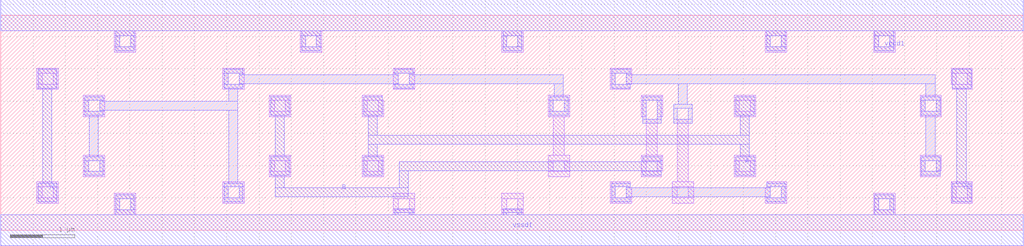
<source format=lef>
VERSION 5.7 ;
  NOWIREEXTENSIONATPIN ON ;
  DIVIDERCHAR "/" ;
  BUSBITCHARS "[]" ;
MACRO HAX1
  CLASS CORE ;
  FOREIGN HAX1 ;
  ORIGIN 0.000 0.000 ;
  SIZE 15.840 BY 3.330 ;
  SYMMETRY X Y R90 ;
  SITE unit ;
  PIN vccd1
    DIRECTION INOUT ;
    USE POWER ;
    SHAPE ABUTMENT ;
    PORT
      LAYER met1 ;
        RECT 0.000 3.090 15.840 3.570 ;
        RECT 1.780 3.010 2.070 3.090 ;
        RECT 1.780 2.840 1.840 3.010 ;
        RECT 2.010 2.840 2.070 3.010 ;
        RECT 1.780 2.780 2.070 2.840 ;
        RECT 4.660 3.010 4.950 3.090 ;
        RECT 4.660 2.840 4.720 3.010 ;
        RECT 4.890 2.840 4.950 3.010 ;
        RECT 4.660 2.780 4.950 2.840 ;
        RECT 7.780 3.010 8.070 3.090 ;
        RECT 7.780 2.840 7.840 3.010 ;
        RECT 8.010 2.840 8.070 3.010 ;
        RECT 7.780 2.780 8.070 2.840 ;
        RECT 11.860 3.010 12.150 3.090 ;
        RECT 11.860 2.840 11.920 3.010 ;
        RECT 12.090 2.840 12.150 3.010 ;
        RECT 11.860 2.780 12.150 2.840 ;
        RECT 13.540 3.010 13.830 3.090 ;
        RECT 13.540 2.840 13.600 3.010 ;
        RECT 13.770 2.840 13.830 3.010 ;
        RECT 13.540 2.780 13.830 2.840 ;
    END
  END vccd1
  PIN vssd1
    DIRECTION INOUT ;
    USE GROUND ;
    SHAPE ABUTMENT ;
    PORT
      LAYER met1 ;
        RECT 1.780 0.490 2.070 0.550 ;
        RECT 1.780 0.320 1.840 0.490 ;
        RECT 2.010 0.320 2.070 0.490 ;
        RECT 13.540 0.490 13.830 0.550 ;
        RECT 1.780 0.240 2.070 0.320 ;
        RECT 6.100 0.270 6.390 0.330 ;
        RECT 6.100 0.240 6.160 0.270 ;
        RECT 6.330 0.240 6.390 0.270 ;
        RECT 7.780 0.270 8.070 0.330 ;
        RECT 7.780 0.240 7.840 0.270 ;
        RECT 8.010 0.240 8.070 0.270 ;
        RECT 13.540 0.320 13.600 0.490 ;
        RECT 13.770 0.320 13.830 0.490 ;
        RECT 13.540 0.240 13.830 0.320 ;
        RECT 0.000 -0.240 15.840 0.240 ;
    END
  END vssd1
  PIN YC
    DIRECTION INOUT ;
    USE SIGNAL ;
    SHAPE ABUTMENT ;
    PORT
      LAYER met1 ;
        RECT 0.580 2.200 0.870 2.490 ;
        RECT 0.650 0.730 0.790 2.200 ;
        RECT 0.580 0.440 0.870 0.730 ;
    END
  END YC
  PIN YS
    DIRECTION INOUT ;
    USE SIGNAL ;
    SHAPE ABUTMENT ;
    PORT
      LAYER met1 ;
        RECT 14.740 2.200 15.030 2.490 ;
        RECT 14.810 0.730 14.950 2.200 ;
        RECT 14.740 0.440 15.030 0.730 ;
    END
  END YS
  PIN B
    DIRECTION INOUT ;
    USE SIGNAL ;
    SHAPE ABUTMENT ;
    PORT
      LAYER met1 ;
        RECT 4.180 1.780 4.470 2.070 ;
        RECT 4.250 1.140 4.390 1.780 ;
        RECT 4.180 0.850 4.470 1.140 ;
        RECT 9.940 1.060 10.230 1.140 ;
        RECT 6.170 0.920 10.230 1.060 ;
        RECT 4.250 0.660 4.390 0.850 ;
        RECT 6.170 0.660 6.310 0.920 ;
        RECT 9.940 0.850 10.230 0.920 ;
        RECT 4.250 0.520 6.310 0.660 ;
    END
  END B
  PIN A
    DIRECTION INOUT ;
    USE SIGNAL ;
    SHAPE ABUTMENT ;
    PORT
      LAYER met1 ;
        RECT 5.620 1.780 5.910 2.070 ;
        RECT 11.380 1.780 11.670 2.070 ;
        RECT 5.690 1.470 5.830 1.780 ;
        RECT 11.450 1.470 11.590 1.780 ;
        RECT 5.690 1.330 11.590 1.470 ;
        RECT 5.690 1.140 5.830 1.330 ;
        RECT 11.450 1.140 11.590 1.330 ;
        RECT 5.620 0.850 5.910 1.140 ;
        RECT 11.380 0.850 11.670 1.140 ;
    END
  END A
  OBS
      LAYER li1 ;
        RECT 1.760 3.010 2.090 3.090 ;
        RECT 1.760 2.840 1.840 3.010 ;
        RECT 2.010 2.840 2.090 3.010 ;
        RECT 1.760 2.760 2.090 2.840 ;
        RECT 4.640 3.010 4.970 3.090 ;
        RECT 4.640 2.840 4.720 3.010 ;
        RECT 4.890 2.840 4.970 3.010 ;
        RECT 4.640 2.760 4.970 2.840 ;
        RECT 7.760 3.010 8.090 3.090 ;
        RECT 7.760 2.840 7.840 3.010 ;
        RECT 8.010 2.840 8.090 3.010 ;
        RECT 7.760 2.760 8.090 2.840 ;
        RECT 11.840 3.010 12.170 3.090 ;
        RECT 11.840 2.840 11.920 3.010 ;
        RECT 12.090 2.840 12.170 3.010 ;
        RECT 11.840 2.760 12.170 2.840 ;
        RECT 13.520 3.010 13.850 3.090 ;
        RECT 13.520 2.840 13.600 3.010 ;
        RECT 13.770 2.840 13.850 3.010 ;
        RECT 13.520 2.760 13.850 2.840 ;
        RECT 0.560 2.430 0.890 2.510 ;
        RECT 0.560 2.260 0.640 2.430 ;
        RECT 0.810 2.260 0.890 2.430 ;
        RECT 0.560 2.180 0.890 2.260 ;
        RECT 3.440 2.430 3.770 2.510 ;
        RECT 3.440 2.260 3.520 2.430 ;
        RECT 3.690 2.260 3.770 2.430 ;
        RECT 3.440 2.180 3.770 2.260 ;
        RECT 6.080 2.430 6.410 2.510 ;
        RECT 6.080 2.260 6.160 2.430 ;
        RECT 6.330 2.260 6.410 2.430 ;
        RECT 6.080 2.180 6.410 2.260 ;
        RECT 9.440 2.430 9.770 2.510 ;
        RECT 9.440 2.260 9.520 2.430 ;
        RECT 9.690 2.260 9.770 2.430 ;
        RECT 14.720 2.430 15.050 2.510 ;
        RECT 14.720 2.260 14.800 2.430 ;
        RECT 14.970 2.260 15.050 2.430 ;
        RECT 9.440 2.180 9.750 2.260 ;
        RECT 14.740 2.180 15.050 2.260 ;
        RECT 1.280 2.010 1.610 2.090 ;
        RECT 1.280 1.840 1.360 2.010 ;
        RECT 1.530 1.840 1.610 2.010 ;
        RECT 1.280 1.760 1.610 1.840 ;
        RECT 4.160 2.010 4.490 2.090 ;
        RECT 4.160 1.840 4.240 2.010 ;
        RECT 4.410 1.840 4.490 2.010 ;
        RECT 4.160 1.760 4.490 1.840 ;
        RECT 5.600 2.010 5.910 2.090 ;
        RECT 8.480 2.010 8.810 2.090 ;
        RECT 5.600 1.840 5.680 2.010 ;
        RECT 5.850 1.840 5.930 2.010 ;
        RECT 5.600 1.760 5.930 1.840 ;
        RECT 8.480 1.840 8.560 2.010 ;
        RECT 8.730 1.840 8.810 2.010 ;
        RECT 8.480 1.760 8.810 1.840 ;
        RECT 9.920 2.010 10.250 2.090 ;
        RECT 9.920 1.760 10.000 2.010 ;
        RECT 10.170 1.760 10.250 2.010 ;
        RECT 11.360 2.010 11.690 2.090 ;
        RECT 11.360 1.840 11.440 2.010 ;
        RECT 11.610 1.840 11.690 2.010 ;
        RECT 11.360 1.760 11.690 1.840 ;
        RECT 14.240 2.010 14.570 2.090 ;
        RECT 14.240 1.840 14.320 2.010 ;
        RECT 14.490 1.840 14.570 2.010 ;
        RECT 14.240 1.760 14.570 1.840 ;
        RECT 8.560 1.160 8.730 1.760 ;
        RECT 10.000 1.160 10.170 1.720 ;
        RECT 1.280 1.080 1.610 1.160 ;
        RECT 1.280 0.910 1.360 1.080 ;
        RECT 1.530 0.910 1.610 1.080 ;
        RECT 1.280 0.830 1.610 0.910 ;
        RECT 4.160 1.080 4.490 1.160 ;
        RECT 4.160 0.910 4.240 1.080 ;
        RECT 4.410 0.910 4.490 1.080 ;
        RECT 4.160 0.830 4.490 0.910 ;
        RECT 5.600 1.080 5.930 1.160 ;
        RECT 5.600 0.910 5.680 1.080 ;
        RECT 5.850 0.910 5.930 1.080 ;
        RECT 5.600 0.830 5.930 0.910 ;
        RECT 8.480 1.080 8.810 1.160 ;
        RECT 8.480 0.910 8.560 1.080 ;
        RECT 8.730 0.910 8.810 1.080 ;
        RECT 8.480 0.830 8.810 0.910 ;
        RECT 9.920 1.080 10.250 1.160 ;
        RECT 9.920 0.910 10.000 1.080 ;
        RECT 10.170 0.920 10.250 1.080 ;
        RECT 10.170 0.910 10.230 0.920 ;
        RECT 9.920 0.830 10.230 0.910 ;
        RECT 10.480 0.750 10.650 1.720 ;
        RECT 11.360 1.080 11.690 1.160 ;
        RECT 11.360 0.910 11.440 1.080 ;
        RECT 11.610 0.910 11.690 1.080 ;
        RECT 11.360 0.830 11.690 0.910 ;
        RECT 14.240 1.080 14.570 1.160 ;
        RECT 14.240 0.910 14.320 1.080 ;
        RECT 14.490 0.920 14.570 1.080 ;
        RECT 14.490 0.910 14.550 0.920 ;
        RECT 14.240 0.830 14.550 0.910 ;
        RECT 0.560 0.670 0.890 0.750 ;
        RECT 0.560 0.500 0.640 0.670 ;
        RECT 0.810 0.500 0.890 0.670 ;
        RECT 3.440 0.670 3.770 0.750 ;
        RECT 0.560 0.420 0.890 0.500 ;
        RECT 1.760 0.490 2.090 0.570 ;
        RECT 1.760 0.320 1.840 0.490 ;
        RECT 2.010 0.320 2.090 0.490 ;
        RECT 3.440 0.500 3.520 0.670 ;
        RECT 3.690 0.500 3.770 0.670 ;
        RECT 9.440 0.670 9.750 0.750 ;
        RECT 3.440 0.420 3.770 0.500 ;
        RECT 6.080 0.490 6.410 0.570 ;
        RECT 1.760 0.240 2.090 0.320 ;
        RECT 6.080 0.320 6.160 0.490 ;
        RECT 6.330 0.320 6.410 0.490 ;
        RECT 6.080 0.270 6.410 0.320 ;
        RECT 6.080 0.240 6.160 0.270 ;
        RECT 6.330 0.240 6.410 0.270 ;
        RECT 7.760 0.490 8.090 0.570 ;
        RECT 7.760 0.320 7.840 0.490 ;
        RECT 8.010 0.320 8.090 0.490 ;
        RECT 9.440 0.500 9.520 0.670 ;
        RECT 9.690 0.660 9.750 0.670 ;
        RECT 10.400 0.670 10.730 0.750 ;
        RECT 9.690 0.500 9.770 0.660 ;
        RECT 9.440 0.420 9.770 0.500 ;
        RECT 10.400 0.500 10.480 0.670 ;
        RECT 10.650 0.500 10.730 0.670 ;
        RECT 11.860 0.670 12.170 0.750 ;
        RECT 11.860 0.660 11.920 0.670 ;
        RECT 10.400 0.420 10.730 0.500 ;
        RECT 11.840 0.500 11.920 0.660 ;
        RECT 12.090 0.500 12.170 0.670 ;
        RECT 14.720 0.670 15.050 0.750 ;
        RECT 11.840 0.420 12.170 0.500 ;
        RECT 13.520 0.490 13.850 0.570 ;
        RECT 7.760 0.270 8.090 0.320 ;
        RECT 7.760 0.240 7.840 0.270 ;
        RECT 8.010 0.240 8.090 0.270 ;
        RECT 13.520 0.320 13.600 0.490 ;
        RECT 13.770 0.320 13.850 0.490 ;
        RECT 14.720 0.500 14.800 0.670 ;
        RECT 14.970 0.500 15.050 0.670 ;
        RECT 14.720 0.420 15.050 0.500 ;
        RECT 13.520 0.240 13.850 0.320 ;
      LAYER met1 ;
        RECT 3.460 2.430 3.750 2.490 ;
        RECT 3.460 2.260 3.520 2.430 ;
        RECT 3.690 2.410 3.750 2.430 ;
        RECT 6.100 2.430 6.390 2.490 ;
        RECT 6.100 2.410 6.160 2.430 ;
        RECT 3.690 2.270 6.160 2.410 ;
        RECT 3.690 2.260 3.750 2.270 ;
        RECT 3.460 2.200 3.750 2.260 ;
        RECT 6.100 2.260 6.160 2.270 ;
        RECT 6.330 2.410 6.390 2.430 ;
        RECT 9.460 2.430 9.750 2.490 ;
        RECT 6.330 2.270 8.710 2.410 ;
        RECT 6.330 2.260 6.390 2.270 ;
        RECT 6.100 2.200 6.390 2.260 ;
        RECT 1.300 2.010 1.590 2.070 ;
        RECT 1.300 1.840 1.360 2.010 ;
        RECT 1.530 2.000 1.590 2.010 ;
        RECT 3.530 2.000 3.670 2.200 ;
        RECT 8.570 2.070 8.710 2.270 ;
        RECT 9.460 2.260 9.520 2.430 ;
        RECT 9.690 2.410 9.750 2.430 ;
        RECT 9.690 2.270 14.470 2.410 ;
        RECT 9.690 2.260 9.750 2.270 ;
        RECT 9.460 2.200 9.750 2.260 ;
        RECT 1.530 1.860 3.670 2.000 ;
        RECT 1.530 1.840 1.590 1.860 ;
        RECT 1.300 1.780 1.590 1.840 ;
        RECT 1.370 1.140 1.510 1.780 ;
        RECT 1.300 1.080 1.590 1.140 ;
        RECT 1.300 0.910 1.360 1.080 ;
        RECT 1.530 0.910 1.590 1.080 ;
        RECT 1.300 0.850 1.590 0.910 ;
        RECT 3.530 0.730 3.670 1.860 ;
        RECT 8.500 2.010 8.790 2.070 ;
        RECT 8.500 1.840 8.560 2.010 ;
        RECT 8.730 1.840 8.790 2.010 ;
        RECT 8.500 1.780 8.790 1.840 ;
        RECT 9.940 2.010 10.230 2.070 ;
        RECT 9.940 1.720 10.000 2.010 ;
        RECT 10.170 1.720 10.230 2.010 ;
        RECT 10.490 1.950 10.630 2.270 ;
        RECT 14.330 2.070 14.470 2.270 ;
        RECT 14.260 2.010 14.550 2.070 ;
        RECT 9.940 1.660 10.230 1.720 ;
        RECT 10.420 1.890 10.710 1.950 ;
        RECT 10.420 1.720 10.480 1.890 ;
        RECT 10.650 1.720 10.710 1.890 ;
        RECT 14.260 1.840 14.320 2.010 ;
        RECT 14.490 1.840 14.550 2.010 ;
        RECT 14.260 1.780 14.550 1.840 ;
        RECT 10.420 1.660 10.710 1.720 ;
        RECT 14.330 1.140 14.470 1.780 ;
        RECT 14.260 1.080 14.550 1.140 ;
        RECT 14.260 0.910 14.320 1.080 ;
        RECT 14.490 0.910 14.550 1.080 ;
        RECT 14.260 0.850 14.550 0.910 ;
        RECT 3.460 0.670 3.750 0.730 ;
        RECT 3.460 0.500 3.520 0.670 ;
        RECT 3.690 0.500 3.750 0.670 ;
        RECT 3.460 0.440 3.750 0.500 ;
        RECT 9.460 0.670 9.750 0.730 ;
        RECT 9.460 0.500 9.520 0.670 ;
        RECT 9.690 0.660 9.750 0.670 ;
        RECT 11.860 0.670 12.150 0.730 ;
        RECT 11.860 0.660 11.920 0.670 ;
        RECT 9.690 0.520 11.920 0.660 ;
        RECT 9.690 0.500 9.750 0.520 ;
        RECT 9.460 0.440 9.750 0.500 ;
        RECT 11.860 0.500 11.920 0.520 ;
        RECT 12.090 0.500 12.150 0.670 ;
        RECT 11.860 0.440 12.150 0.500 ;
  END
END HAX1
END LIBRARY


</source>
